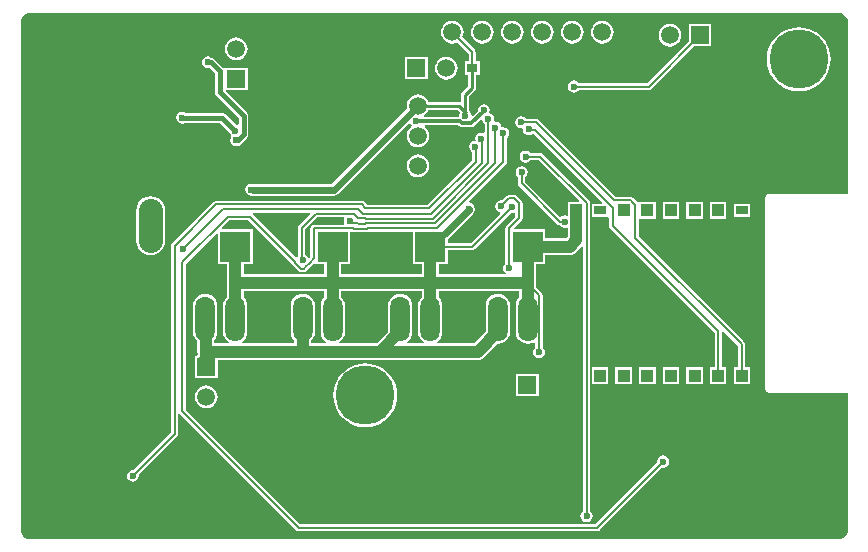
<source format=gbl>
G04*
G04 #@! TF.GenerationSoftware,Altium Limited,Altium Designer,20.0.13 (296)*
G04*
G04 Layer_Physical_Order=2*
G04 Layer_Color=16711680*
%FSLAX25Y25*%
%MOIN*%
G70*
G01*
G75*
%ADD12C,0.00787*%
%ADD14C,0.01000*%
%ADD24R,0.03500X0.03000*%
%ADD72C,0.02362*%
%ADD73C,0.01181*%
%ADD74C,0.01575*%
%ADD76R,0.05906X0.05906*%
%ADD77C,0.05906*%
%ADD78R,0.05906X0.05906*%
%ADD79R,0.03937X0.03000*%
%ADD80C,0.19685*%
%ADD81O,0.08000X0.18000*%
%ADD82O,0.18000X0.08000*%
%ADD83C,0.02362*%
%ADD84R,0.10000X0.10000*%
%ADD85O,0.06500X0.15000*%
G04:AMPARAMS|DCode=86|XSize=150mil|YSize=65mil|CornerRadius=0mil|HoleSize=0mil|Usage=FLASHONLY|Rotation=90.000|XOffset=0mil|YOffset=0mil|HoleType=Round|Shape=Octagon|*
%AMOCTAGOND86*
4,1,8,0.01625,0.07500,-0.01625,0.07500,-0.03250,0.05875,-0.03250,-0.05875,-0.01625,-0.07500,0.01625,-0.07500,0.03250,-0.05875,0.03250,0.05875,0.01625,0.07500,0.0*
%
%ADD86OCTAGOND86*%

%ADD87C,0.03937*%
%ADD88R,0.03937X0.03937*%
G36*
X373768Y371874D02*
X374572Y371768D01*
X375321Y371458D01*
X375964Y370964D01*
X376458Y370321D01*
X376768Y369572D01*
X376874Y368768D01*
X376876D01*
Y311624D01*
X350500D01*
X350070Y311538D01*
X349705Y311295D01*
X349462Y310930D01*
X349376Y310500D01*
Y246500D01*
X349462Y246070D01*
X349705Y245705D01*
X350070Y245462D01*
X350500Y245376D01*
X376876D01*
Y199732D01*
X376874D01*
X376768Y198928D01*
X376458Y198179D01*
X375964Y197536D01*
X375321Y197042D01*
X374572Y196732D01*
X373768Y196626D01*
Y196624D01*
X104232D01*
Y196626D01*
X103428Y196732D01*
X102679Y197042D01*
X102036Y197536D01*
X101542Y198179D01*
X101232Y198928D01*
X101126Y199732D01*
X101124D01*
Y368768D01*
X101126D01*
X101232Y369572D01*
X101542Y370321D01*
X102036Y370964D01*
X102679Y371458D01*
X103428Y371768D01*
X104232Y371874D01*
Y371876D01*
X373768D01*
Y371874D01*
D02*
G37*
%LPC*%
G36*
X295000Y369272D02*
X294024Y369144D01*
X293114Y368767D01*
X292333Y368167D01*
X291733Y367386D01*
X291356Y366476D01*
X291228Y365500D01*
X291356Y364524D01*
X291733Y363614D01*
X292333Y362832D01*
X293114Y362233D01*
X294024Y361856D01*
X295000Y361728D01*
X295976Y361856D01*
X296886Y362233D01*
X297668Y362832D01*
X298267Y363614D01*
X298644Y364524D01*
X298772Y365500D01*
X298644Y366476D01*
X298267Y367386D01*
X297668Y368167D01*
X296886Y368767D01*
X295976Y369144D01*
X295000Y369272D01*
D02*
G37*
G36*
X285000D02*
X284024Y369144D01*
X283114Y368767D01*
X282332Y368167D01*
X281733Y367386D01*
X281356Y366476D01*
X281228Y365500D01*
X281356Y364524D01*
X281733Y363614D01*
X282332Y362832D01*
X283114Y362233D01*
X284024Y361856D01*
X285000Y361728D01*
X285976Y361856D01*
X286886Y362233D01*
X287667Y362832D01*
X288267Y363614D01*
X288644Y364524D01*
X288772Y365500D01*
X288644Y366476D01*
X288267Y367386D01*
X287667Y368167D01*
X286886Y368767D01*
X285976Y369144D01*
X285000Y369272D01*
D02*
G37*
G36*
X275000D02*
X274024Y369144D01*
X273114Y368767D01*
X272333Y368167D01*
X271733Y367386D01*
X271356Y366476D01*
X271228Y365500D01*
X271356Y364524D01*
X271733Y363614D01*
X272333Y362832D01*
X273114Y362233D01*
X274024Y361856D01*
X275000Y361728D01*
X275976Y361856D01*
X276886Y362233D01*
X277667Y362832D01*
X278267Y363614D01*
X278644Y364524D01*
X278772Y365500D01*
X278644Y366476D01*
X278267Y367386D01*
X277667Y368167D01*
X276886Y368767D01*
X275976Y369144D01*
X275000Y369272D01*
D02*
G37*
G36*
X265000D02*
X264024Y369144D01*
X263114Y368767D01*
X262333Y368167D01*
X261733Y367386D01*
X261356Y366476D01*
X261228Y365500D01*
X261356Y364524D01*
X261733Y363614D01*
X262333Y362832D01*
X263114Y362233D01*
X264024Y361856D01*
X265000Y361728D01*
X265976Y361856D01*
X266886Y362233D01*
X267668Y362832D01*
X268267Y363614D01*
X268644Y364524D01*
X268772Y365500D01*
X268644Y366476D01*
X268267Y367386D01*
X267668Y368167D01*
X266886Y368767D01*
X265976Y369144D01*
X265000Y369272D01*
D02*
G37*
G36*
X255000D02*
X254024Y369144D01*
X253114Y368767D01*
X252332Y368167D01*
X251733Y367386D01*
X251356Y366476D01*
X251228Y365500D01*
X251356Y364524D01*
X251733Y363614D01*
X252332Y362832D01*
X253114Y362233D01*
X254024Y361856D01*
X255000Y361728D01*
X255976Y361856D01*
X256886Y362233D01*
X257667Y362832D01*
X258267Y363614D01*
X258644Y364524D01*
X258772Y365500D01*
X258644Y366476D01*
X258267Y367386D01*
X257667Y368167D01*
X256886Y368767D01*
X255976Y369144D01*
X255000Y369272D01*
D02*
G37*
G36*
X317500Y368272D02*
X316524Y368144D01*
X315614Y367767D01*
X314832Y367167D01*
X314233Y366386D01*
X313856Y365476D01*
X313728Y364500D01*
X313856Y363524D01*
X314233Y362614D01*
X314832Y361832D01*
X315614Y361233D01*
X316524Y360856D01*
X317500Y360728D01*
X318476Y360856D01*
X319386Y361233D01*
X320167Y361832D01*
X320767Y362614D01*
X321144Y363524D01*
X321272Y364500D01*
X321144Y365476D01*
X320767Y366386D01*
X320167Y367167D01*
X319386Y367767D01*
X318476Y368144D01*
X317500Y368272D01*
D02*
G37*
G36*
X173000Y363772D02*
X172024Y363644D01*
X171114Y363267D01*
X170333Y362667D01*
X169733Y361886D01*
X169356Y360976D01*
X169228Y360000D01*
X169356Y359024D01*
X169733Y358114D01*
X170333Y357332D01*
X171114Y356733D01*
X172024Y356356D01*
X173000Y356228D01*
X173976Y356356D01*
X174886Y356733D01*
X175668Y357332D01*
X176267Y358114D01*
X176644Y359024D01*
X176772Y360000D01*
X176644Y360976D01*
X176267Y361886D01*
X175668Y362667D01*
X174886Y363267D01*
X173976Y363644D01*
X173000Y363772D01*
D02*
G37*
G36*
X236740Y357240D02*
X229260D01*
Y349760D01*
X236740D01*
Y357240D01*
D02*
G37*
G36*
X243000Y357272D02*
X242024Y357144D01*
X241114Y356767D01*
X240333Y356168D01*
X239733Y355386D01*
X239356Y354476D01*
X239228Y353500D01*
X239356Y352524D01*
X239733Y351614D01*
X240333Y350833D01*
X241114Y350233D01*
X242024Y349856D01*
X243000Y349728D01*
X243976Y349856D01*
X244886Y350233D01*
X245668Y350833D01*
X246267Y351614D01*
X246644Y352524D01*
X246772Y353500D01*
X246644Y354476D01*
X246267Y355386D01*
X245668Y356168D01*
X244886Y356767D01*
X243976Y357144D01*
X243000Y357272D01*
D02*
G37*
G36*
X331240Y368240D02*
X323760D01*
Y362463D01*
X309901Y348604D01*
X287063D01*
X286919Y348819D01*
X286268Y349254D01*
X285500Y349407D01*
X284732Y349254D01*
X284081Y348819D01*
X283646Y348168D01*
X283493Y347400D01*
X283646Y346632D01*
X284081Y345981D01*
X284732Y345546D01*
X285500Y345393D01*
X286268Y345546D01*
X286919Y345981D01*
X287063Y346196D01*
X310400D01*
X310400Y346196D01*
X310861Y346287D01*
X311251Y346549D01*
X325463Y360760D01*
X331240D01*
Y368240D01*
D02*
G37*
G36*
X360500Y367163D02*
X358832Y367032D01*
X357205Y366641D01*
X355659Y366001D01*
X354233Y365126D01*
X352960Y364040D01*
X351874Y362767D01*
X350999Y361341D01*
X350359Y359795D01*
X349969Y358168D01*
X349837Y356500D01*
X349969Y354832D01*
X350359Y353205D01*
X350999Y351659D01*
X351874Y350233D01*
X352960Y348960D01*
X354233Y347874D01*
X355659Y346999D01*
X357205Y346359D01*
X358832Y345969D01*
X360500Y345837D01*
X362168Y345969D01*
X363795Y346359D01*
X365341Y346999D01*
X366767Y347874D01*
X368040Y348960D01*
X369126Y350233D01*
X370001Y351659D01*
X370641Y353205D01*
X371031Y354832D01*
X371163Y356500D01*
X371031Y358168D01*
X370641Y359795D01*
X370001Y361341D01*
X369126Y362767D01*
X368040Y364040D01*
X366767Y365126D01*
X365341Y366001D01*
X363795Y366641D01*
X362168Y367032D01*
X360500Y367163D01*
D02*
G37*
G36*
X245000Y369272D02*
X244024Y369144D01*
X243114Y368767D01*
X242333Y368167D01*
X241733Y367386D01*
X241356Y366476D01*
X241228Y365500D01*
X241356Y364524D01*
X241733Y363614D01*
X242333Y362832D01*
X243114Y362233D01*
X244024Y361856D01*
X245000Y361728D01*
X245976Y361856D01*
X246658Y362139D01*
X250396Y358401D01*
Y355787D01*
X249063D01*
Y351213D01*
X250287D01*
Y347528D01*
X248326Y345567D01*
X248213Y345397D01*
X248042Y345141D01*
X248042Y345141D01*
X248042Y345141D01*
X247942Y344639D01*
Y342669D01*
X247942Y342669D01*
X247652Y342389D01*
X247442Y342283D01*
X247292Y342313D01*
X237005D01*
X236767Y342886D01*
X236168Y343668D01*
X235386Y344267D01*
X234476Y344644D01*
X233500Y344772D01*
X232524Y344644D01*
X231614Y344267D01*
X230833Y343668D01*
X230233Y342886D01*
X229856Y341976D01*
X229728Y341000D01*
X229836Y340175D01*
X204669Y315007D01*
X178500D01*
X178250Y314957D01*
X178000Y315007D01*
X177232Y314854D01*
X176581Y314419D01*
X176146Y313768D01*
X175993Y313000D01*
X176146Y312232D01*
X176581Y311581D01*
X177232Y311146D01*
X178000Y310993D01*
X178250Y311043D01*
X178500Y310993D01*
X205500D01*
X206268Y311146D01*
X206919Y311581D01*
X230495Y335156D01*
X231046Y335001D01*
X231410Y334456D01*
X231232Y333974D01*
X230833Y333667D01*
X230233Y332886D01*
X229856Y331976D01*
X229728Y331000D01*
X229856Y330024D01*
X230233Y329114D01*
X230833Y328332D01*
X231614Y327733D01*
X232524Y327356D01*
X233500Y327228D01*
X234476Y327356D01*
X235386Y327733D01*
X236168Y328332D01*
X236767Y329114D01*
X237144Y330024D01*
X237272Y331000D01*
X237144Y331976D01*
X236767Y332886D01*
X236168Y333667D01*
X235773Y333970D01*
X235943Y334470D01*
X246969D01*
X247272Y334168D01*
X247728Y333864D01*
X248265Y333757D01*
X251304D01*
X251842Y333864D01*
X252298Y334168D01*
X254507Y336378D01*
X255050Y336213D01*
X255146Y335732D01*
X255581Y335081D01*
X255796Y334937D01*
Y332149D01*
X255296Y331876D01*
X254638Y332007D01*
X253870Y331854D01*
X253219Y331419D01*
X252783Y330768D01*
X252631Y330000D01*
X252734Y329479D01*
X252638Y329382D01*
X251870Y329230D01*
X251219Y328795D01*
X250783Y328144D01*
X250631Y327375D01*
X250783Y326607D01*
X251219Y325956D01*
X251585Y325711D01*
Y322788D01*
X236867Y308070D01*
X216633D01*
X215740Y308963D01*
X215349Y309224D01*
X214888Y309316D01*
X214888Y309316D01*
X166312D01*
X165851Y309224D01*
X165460Y308963D01*
X165460Y308963D01*
X151648Y295151D01*
X151387Y294761D01*
X151296Y294300D01*
X151296Y294300D01*
Y232099D01*
X138754Y219557D01*
X138500Y219607D01*
X137732Y219454D01*
X137081Y219019D01*
X136646Y218368D01*
X136493Y217600D01*
X136646Y216832D01*
X137081Y216181D01*
X137732Y215746D01*
X138500Y215593D01*
X139268Y215746D01*
X139919Y216181D01*
X140354Y216832D01*
X140507Y217600D01*
X140457Y217854D01*
X153351Y230749D01*
X153613Y231139D01*
X153704Y231600D01*
X153704Y231600D01*
Y238113D01*
X153975Y238257D01*
X154204Y238293D01*
X192948Y199548D01*
X192948Y199548D01*
X193339Y199287D01*
X193800Y199196D01*
X193800Y199196D01*
X293307D01*
X293307Y199196D01*
X293768Y199287D01*
X294159Y199548D01*
X315054Y220443D01*
X315307Y220393D01*
X316075Y220546D01*
X316726Y220981D01*
X317161Y221632D01*
X317314Y222400D01*
X317161Y223168D01*
X316726Y223819D01*
X316075Y224254D01*
X315307Y224407D01*
X314539Y224254D01*
X313888Y223819D01*
X313453Y223168D01*
X313300Y222400D01*
X313351Y222146D01*
X292808Y201604D01*
X194299D01*
X156204Y239699D01*
Y288301D01*
X166398Y298495D01*
X166860Y298303D01*
Y288206D01*
X169867D01*
Y281994D01*
Y277200D01*
X169767Y277123D01*
X169120Y276280D01*
X168713Y275298D01*
X168575Y274244D01*
Y265744D01*
X168713Y264690D01*
X169120Y263707D01*
X169767Y262864D01*
X170529Y262280D01*
X170484Y261959D01*
X170395Y261780D01*
X165603D01*
Y262964D01*
X166174Y263707D01*
X166580Y264690D01*
X166719Y265744D01*
Y274244D01*
X166580Y275298D01*
X166174Y276280D01*
X165526Y277123D01*
X164683Y277770D01*
X163701Y278177D01*
X162647Y278316D01*
X161593Y278177D01*
X160611Y277770D01*
X159767Y277123D01*
X159120Y276280D01*
X158713Y275298D01*
X158575Y274244D01*
Y265744D01*
X158713Y264690D01*
X159120Y263707D01*
X159767Y262864D01*
X160044Y262652D01*
Y259000D01*
X160138Y258281D01*
X160215Y258095D01*
X159861Y257740D01*
X159260D01*
Y256852D01*
X159207Y256588D01*
X159260Y256325D01*
Y250260D01*
X166740D01*
Y256220D01*
X253403D01*
X254123Y256315D01*
X254793Y256593D01*
X255369Y257034D01*
X260022Y261688D01*
X260147Y261671D01*
X261201Y261810D01*
X262183Y262217D01*
X263026Y262864D01*
X263674Y263707D01*
X264081Y264690D01*
X264219Y265744D01*
Y274244D01*
X264081Y275298D01*
X263674Y276280D01*
X263026Y277123D01*
X262183Y277770D01*
X261201Y278177D01*
X260147Y278316D01*
X259093Y278177D01*
X258111Y277770D01*
X257267Y277123D01*
X256620Y276280D01*
X256213Y275298D01*
X256075Y274244D01*
Y265744D01*
X256091Y265619D01*
X252252Y261780D01*
X239899D01*
X239810Y261959D01*
X239765Y262280D01*
X240527Y262864D01*
X241174Y263707D01*
X241581Y264690D01*
X241719Y265744D01*
Y274244D01*
X241581Y275298D01*
X241174Y276280D01*
X240527Y277123D01*
X240427Y277200D01*
Y279214D01*
X267367D01*
Y277200D01*
X267267Y277123D01*
X266620Y276280D01*
X266213Y275298D01*
X266075Y274244D01*
Y265744D01*
X266213Y264690D01*
X266620Y263707D01*
X267267Y262864D01*
X268111Y262217D01*
X269093Y261810D01*
X270147Y261671D01*
X271201Y261810D01*
X272183Y262217D01*
X272247Y262266D01*
X272696Y262045D01*
Y260463D01*
X272481Y260319D01*
X272046Y259668D01*
X271893Y258900D01*
X272046Y258132D01*
X272481Y257481D01*
X273132Y257046D01*
X273900Y256893D01*
X274668Y257046D01*
X275319Y257481D01*
X275754Y258132D01*
X275907Y258900D01*
X275754Y259668D01*
X275319Y260319D01*
X275104Y260463D01*
Y277800D01*
X275104Y277800D01*
X275013Y278261D01*
X274751Y278651D01*
X274751Y278651D01*
X272927Y280476D01*
Y281500D01*
Y288206D01*
X275934D01*
Y291214D01*
X284076D01*
X284795Y291309D01*
X285465Y291586D01*
X286041Y292028D01*
X288028Y294015D01*
X288528Y293808D01*
Y205763D01*
X288313Y205619D01*
X287878Y204968D01*
X287725Y204200D01*
X287878Y203432D01*
X288313Y202781D01*
X288964Y202346D01*
X289732Y202193D01*
X290500Y202346D01*
X291152Y202781D01*
X291587Y203432D01*
X291740Y204200D01*
X291587Y204968D01*
X291152Y205619D01*
X290937Y205763D01*
Y308621D01*
X290845Y309082D01*
X290584Y309472D01*
X275171Y324885D01*
X274780Y325146D01*
X274320Y325238D01*
X274320Y325238D01*
X271029D01*
X270885Y325453D01*
X270234Y325888D01*
X269466Y326041D01*
X268698Y325888D01*
X268047Y325453D01*
X267612Y324802D01*
X267459Y324034D01*
X267612Y323266D01*
X268047Y322615D01*
X268698Y322180D01*
X269466Y322027D01*
X270234Y322180D01*
X270885Y322615D01*
X271029Y322830D01*
X273821D01*
X287314Y309336D01*
X287123Y308874D01*
X286562D01*
X286382Y308898D01*
X286201Y308874D01*
X283626D01*
Y306299D01*
X283602Y306118D01*
Y304486D01*
X283358Y304356D01*
X283102Y304267D01*
X282400Y304407D01*
X281632Y304254D01*
X281043Y303860D01*
X269304Y315599D01*
Y317237D01*
X269519Y317381D01*
X269954Y318032D01*
X270107Y318800D01*
X269954Y319568D01*
X269519Y320219D01*
X268868Y320654D01*
X268100Y320807D01*
X267332Y320654D01*
X266681Y320219D01*
X266246Y319568D01*
X266093Y318800D01*
X266246Y318032D01*
X266681Y317381D01*
X266896Y317237D01*
Y315100D01*
X266896Y315100D01*
X266987Y314639D01*
X267249Y314248D01*
X279948Y301549D01*
X279948Y301549D01*
X280339Y301287D01*
X280800Y301196D01*
X280837D01*
X280981Y300981D01*
X281632Y300546D01*
X282400Y300393D01*
X283102Y300533D01*
X283358Y300444D01*
X283602Y300314D01*
Y297451D01*
X282924Y296774D01*
X275934D01*
Y299781D01*
X265838D01*
X265646Y300243D01*
X268052Y302648D01*
X268052Y302648D01*
X268313Y303039D01*
X268404Y303500D01*
Y308600D01*
X268313Y309061D01*
X268052Y309452D01*
X266452Y311052D01*
X266061Y311313D01*
X265600Y311404D01*
X265600Y311404D01*
X264000D01*
X264000Y311404D01*
X263539Y311313D01*
X263148Y311052D01*
X263148Y311052D01*
X261554Y309457D01*
X261300Y309507D01*
X260532Y309354D01*
X259881Y308919D01*
X259446Y308268D01*
X259293Y307500D01*
X259446Y306732D01*
X259881Y306081D01*
X260532Y305646D01*
X260768Y305599D01*
X260933Y305056D01*
X251075Y295198D01*
X243434D01*
Y296596D01*
X251819Y304981D01*
X252254Y305632D01*
X252407Y306400D01*
Y306700D01*
X252254Y307468D01*
X251819Y308119D01*
X251168Y308554D01*
X250732Y308641D01*
X250568Y309184D01*
X262852Y321467D01*
X262852Y321467D01*
X263113Y321858D01*
X263204Y322319D01*
Y330299D01*
X263419Y330443D01*
X263854Y331094D01*
X264007Y331862D01*
X263854Y332630D01*
X263419Y333281D01*
X262768Y333717D01*
X262000Y333869D01*
X261362Y333742D01*
X261216Y334472D01*
X260781Y335123D01*
X260130Y335558D01*
X259362Y335711D01*
X259360Y335711D01*
X258935Y336136D01*
X259007Y336500D01*
X258854Y337268D01*
X258419Y337919D01*
X257768Y338354D01*
X257670Y338374D01*
X257380Y338860D01*
X257507Y339500D01*
X257354Y340268D01*
X256919Y340919D01*
X256268Y341354D01*
X255500Y341507D01*
X254732Y341354D01*
X254081Y340919D01*
X253646Y340268D01*
X253493Y339500D01*
X253520Y339364D01*
X251785Y337629D01*
X251305Y337857D01*
X251180Y338489D01*
X250744Y339140D01*
X250743Y339141D01*
X250713Y339294D01*
X250567Y339512D01*
Y344095D01*
X252528Y346056D01*
X252813Y346482D01*
Y346482D01*
X252813Y346482D01*
X252873Y346785D01*
X252913Y346984D01*
Y351213D01*
X254137D01*
Y355787D01*
X252804D01*
Y358900D01*
X252804Y358900D01*
X252713Y359361D01*
X252451Y359752D01*
X248361Y363842D01*
X248644Y364524D01*
X248772Y365500D01*
X248644Y366476D01*
X248267Y367386D01*
X247668Y368167D01*
X246886Y368767D01*
X245976Y369144D01*
X245000Y369272D01*
D02*
G37*
G36*
X163500Y357507D02*
X162732Y357354D01*
X162081Y356919D01*
X161646Y356268D01*
X161493Y355500D01*
X161646Y354732D01*
X162081Y354081D01*
X162732Y353646D01*
X163500Y353493D01*
X164114Y353615D01*
X165894Y351835D01*
Y345500D01*
X165894Y345500D01*
X166017Y344885D01*
X166365Y344365D01*
X173810Y336919D01*
Y334814D01*
X173310Y334537D01*
X172989Y334601D01*
X169454Y338135D01*
X169454Y338135D01*
X169130Y338352D01*
X168933Y338483D01*
X168319Y338606D01*
X168319Y338606D01*
X156140D01*
X155768Y338854D01*
X155000Y339007D01*
X154232Y338854D01*
X153581Y338419D01*
X153146Y337768D01*
X152993Y337000D01*
X153146Y336232D01*
X153581Y335581D01*
X154232Y335146D01*
X155000Y334993D01*
X155768Y335146D01*
X156140Y335394D01*
X167654D01*
X170718Y332330D01*
X170805Y331891D01*
X171240Y331240D01*
X171358Y330586D01*
X171146Y330268D01*
X170993Y329500D01*
X171146Y328732D01*
X171581Y328081D01*
X172232Y327646D01*
X173000Y327493D01*
X173768Y327646D01*
X174419Y328081D01*
X174762Y328594D01*
X176551Y330383D01*
X176551Y330383D01*
X176899Y330904D01*
X177021Y331518D01*
Y337584D01*
X177021Y337585D01*
X176899Y338199D01*
X176551Y338720D01*
X176551Y338720D01*
X169511Y345760D01*
X169718Y346260D01*
X176740D01*
Y353740D01*
X169260D01*
Y353601D01*
X168760Y353449D01*
X168635Y353635D01*
X165635Y356635D01*
X165114Y356983D01*
X164700Y357066D01*
X164268Y357354D01*
X163500Y357507D01*
D02*
G37*
G36*
X233500Y324772D02*
X232524Y324644D01*
X231614Y324267D01*
X230833Y323668D01*
X230233Y322886D01*
X229856Y321976D01*
X229728Y321000D01*
X229856Y320024D01*
X230233Y319114D01*
X230833Y318333D01*
X231614Y317733D01*
X232524Y317356D01*
X233500Y317228D01*
X234476Y317356D01*
X235386Y317733D01*
X236168Y318333D01*
X236767Y319114D01*
X237144Y320024D01*
X237272Y321000D01*
X237144Y321976D01*
X236767Y322886D01*
X236168Y323668D01*
X235386Y324267D01*
X234476Y324644D01*
X233500Y324772D01*
D02*
G37*
G36*
X344256Y308406D02*
X338744D01*
Y303831D01*
X344256D01*
Y308406D01*
D02*
G37*
G36*
X336382Y308874D02*
X330870D01*
Y303362D01*
X336382D01*
Y308874D01*
D02*
G37*
G36*
X328508D02*
X322996D01*
Y303362D01*
X328508D01*
Y308874D01*
D02*
G37*
G36*
X320634D02*
X315122D01*
Y303362D01*
X320634D01*
Y308874D01*
D02*
G37*
G36*
X144409Y310829D02*
X143160Y310664D01*
X141995Y310182D01*
X140995Y309414D01*
X140228Y308414D01*
X139745Y307250D01*
X139581Y306000D01*
Y296000D01*
X139745Y294750D01*
X140228Y293586D01*
X140995Y292586D01*
X141995Y291818D01*
X143160Y291336D01*
X144409Y291171D01*
X145659Y291336D01*
X146824Y291818D01*
X147824Y292586D01*
X148591Y293586D01*
X149074Y294750D01*
X149238Y296000D01*
Y306000D01*
X149074Y307250D01*
X148591Y308414D01*
X147824Y309414D01*
X146824Y310182D01*
X145659Y310664D01*
X144409Y310829D01*
D02*
G37*
G36*
X268000Y337507D02*
X267232Y337354D01*
X266581Y336919D01*
X266146Y336268D01*
X265993Y335500D01*
X266146Y334732D01*
X266581Y334081D01*
X267232Y333646D01*
X268000Y333493D01*
X268146Y333522D01*
X268428Y333240D01*
X268503Y333083D01*
X268646Y332367D01*
X269081Y331716D01*
X269732Y331281D01*
X270500Y331128D01*
X271268Y331281D01*
X271790Y331630D01*
X272180D01*
X294942Y308868D01*
X294751Y308406D01*
X291500D01*
Y303831D01*
X297012D01*
X297296Y303448D01*
Y301000D01*
X297296Y301000D01*
X297387Y300539D01*
X297649Y300149D01*
X332422Y265375D01*
Y253756D01*
X330870D01*
Y248244D01*
X336382D01*
Y253756D01*
X334830D01*
Y265760D01*
X335105Y265932D01*
X335319Y265978D01*
X340296Y261001D01*
Y253756D01*
X338744D01*
Y248244D01*
X344256D01*
Y253756D01*
X342704D01*
Y261500D01*
X342613Y261961D01*
X342352Y262351D01*
X307204Y297499D01*
Y302881D01*
X307248Y303362D01*
X307704Y303362D01*
X312760D01*
Y308874D01*
X307438D01*
X307248Y308874D01*
X306772Y308931D01*
X305930Y309773D01*
X305852Y309890D01*
X305852Y309890D01*
X305390Y310351D01*
X305000Y310613D01*
X304539Y310704D01*
X304539Y310704D01*
X299499D01*
X273851Y336351D01*
X273461Y336613D01*
X273000Y336704D01*
X273000Y336704D01*
X269563D01*
X269419Y336919D01*
X268768Y337354D01*
X268000Y337507D01*
D02*
G37*
G36*
X328508Y253756D02*
X322996D01*
Y248244D01*
X328508D01*
Y253756D01*
D02*
G37*
G36*
X320634D02*
X315122D01*
Y248244D01*
X320634D01*
Y253756D01*
D02*
G37*
G36*
X312760D02*
X307248D01*
Y248244D01*
X312760D01*
Y253756D01*
D02*
G37*
G36*
X304886D02*
X299374D01*
Y248244D01*
X304886D01*
Y253756D01*
D02*
G37*
G36*
X297012D02*
X291500D01*
Y248244D01*
X297012D01*
Y253756D01*
D02*
G37*
G36*
X273740Y251740D02*
X266260D01*
Y244260D01*
X273740D01*
Y251740D01*
D02*
G37*
G36*
X163000Y247772D02*
X162024Y247644D01*
X161114Y247267D01*
X160333Y246668D01*
X159733Y245886D01*
X159356Y244976D01*
X159228Y244000D01*
X159356Y243024D01*
X159733Y242114D01*
X160333Y241333D01*
X161114Y240733D01*
X162024Y240356D01*
X163000Y240228D01*
X163976Y240356D01*
X164886Y240733D01*
X165667Y241333D01*
X166267Y242114D01*
X166644Y243024D01*
X166772Y244000D01*
X166644Y244976D01*
X166267Y245886D01*
X165667Y246668D01*
X164886Y247267D01*
X163976Y247644D01*
X163000Y247772D01*
D02*
G37*
G36*
X216000Y255163D02*
X214332Y255031D01*
X212705Y254641D01*
X211159Y254001D01*
X209733Y253126D01*
X208460Y252040D01*
X207374Y250767D01*
X206499Y249341D01*
X205859Y247795D01*
X205469Y246168D01*
X205337Y244500D01*
X205469Y242832D01*
X205859Y241205D01*
X206499Y239659D01*
X207374Y238233D01*
X208460Y236960D01*
X209733Y235874D01*
X211159Y234999D01*
X212705Y234359D01*
X214332Y233968D01*
X216000Y233837D01*
X217668Y233968D01*
X219295Y234359D01*
X220841Y234999D01*
X222267Y235874D01*
X223540Y236960D01*
X224626Y238233D01*
X225501Y239659D01*
X226141Y241205D01*
X226532Y242832D01*
X226663Y244500D01*
X226532Y246168D01*
X226141Y247795D01*
X225501Y249341D01*
X224626Y250767D01*
X223540Y252040D01*
X222267Y253126D01*
X220841Y254001D01*
X219295Y254641D01*
X217668Y255031D01*
X216000Y255163D01*
D02*
G37*
%LPD*%
G36*
X247661Y338774D02*
X247471Y338489D01*
X247318Y337721D01*
X247329Y337667D01*
X247012Y337280D01*
X235587D01*
X235463Y337560D01*
X235448Y337780D01*
X236168Y338333D01*
X236767Y339114D01*
X237005Y339687D01*
X246748D01*
X247661Y338774D01*
D02*
G37*
G36*
X265639Y305305D02*
X265996Y305115D01*
Y303999D01*
X263049Y301051D01*
X262787Y300661D01*
X262696Y300200D01*
X262696Y300200D01*
Y288463D01*
X262481Y288319D01*
X262046Y287668D01*
X261893Y286900D01*
X262046Y286132D01*
X262481Y285481D01*
X262791Y285274D01*
X262639Y284773D01*
X240427D01*
Y288206D01*
X243434D01*
Y292790D01*
X251573D01*
X251573Y292790D01*
X252034Y292881D01*
X252425Y293142D01*
X264526Y305243D01*
X264780Y305193D01*
X265496Y305335D01*
X265639Y305305D01*
D02*
G37*
G36*
X197668Y304871D02*
X193948Y301151D01*
X193687Y300761D01*
X193596Y300300D01*
X193596Y300300D01*
Y290915D01*
X193355Y290555D01*
X192763Y290440D01*
X178370Y304833D01*
X178375Y304913D01*
X178531Y305333D01*
X197476D01*
X197668Y304871D01*
D02*
G37*
G36*
X209024Y303258D02*
X208893Y302600D01*
X209031Y301904D01*
X208863Y301490D01*
X208817Y301404D01*
X198900D01*
X198439Y301313D01*
X198048Y301051D01*
X197787Y300661D01*
X197696Y300200D01*
Y290665D01*
X197306Y290334D01*
X196849Y290459D01*
X196490Y290998D01*
X196004Y291322D01*
Y299801D01*
X199961Y303758D01*
X208751D01*
X209024Y303258D01*
D02*
G37*
G36*
X211639Y298887D02*
X212100Y298796D01*
X216500D01*
X216500Y298796D01*
X216961Y298887D01*
X217086Y298971D01*
X231860D01*
Y288206D01*
X234867D01*
Y284773D01*
X207927D01*
Y288206D01*
X210934D01*
Y298996D01*
X211477D01*
X211639Y298887D01*
D02*
G37*
G36*
X191580Y288217D02*
X191596Y288139D01*
X191857Y287749D01*
X193781Y285825D01*
X193781Y285825D01*
X194171Y285564D01*
X194632Y285472D01*
X195476D01*
X195476Y285472D01*
X195937Y285564D01*
X196328Y285825D01*
X196803Y286300D01*
X196900Y286365D01*
X198284Y287749D01*
X198284Y287749D01*
X198349Y287846D01*
X198900Y288397D01*
X199360Y288206D01*
Y288206D01*
X202367D01*
Y284773D01*
X175427D01*
Y288206D01*
X178434D01*
Y299781D01*
X173878D01*
X173768Y299854D01*
X173000Y300007D01*
X172232Y299854D01*
X172123Y299781D01*
X168338D01*
X168146Y300243D01*
X170699Y302796D01*
X177001D01*
X191580Y288217D01*
D02*
G37*
G36*
X234867Y277200D02*
X234768Y277123D01*
X234120Y276280D01*
X233714Y275298D01*
X233575Y274244D01*
Y265744D01*
X233714Y264690D01*
X234120Y263707D01*
X234768Y262864D01*
X235529Y262280D01*
X235484Y261959D01*
X235395Y261780D01*
X229899D01*
X229811Y261959D01*
X229765Y262280D01*
X230526Y262864D01*
X231174Y263707D01*
X231580Y264690D01*
X231719Y265744D01*
Y274244D01*
X231580Y275298D01*
X231174Y276280D01*
X230526Y277123D01*
X229683Y277770D01*
X228701Y278177D01*
X227647Y278316D01*
X226593Y278177D01*
X225611Y277770D01*
X224767Y277123D01*
X224120Y276280D01*
X223713Y275298D01*
X223575Y274244D01*
Y265744D01*
X223591Y265619D01*
X219752Y261780D01*
X207399D01*
X207311Y261959D01*
X207265Y262280D01*
X208027Y262864D01*
X208674Y263707D01*
X209081Y264690D01*
X209219Y265744D01*
Y274244D01*
X209081Y275298D01*
X208674Y276280D01*
X208027Y277123D01*
X207927Y277200D01*
Y279214D01*
X234867D01*
Y277200D01*
D02*
G37*
G36*
X202367D02*
X202268Y277123D01*
X201620Y276280D01*
X201214Y275298D01*
X201075Y274244D01*
Y265744D01*
X201214Y264690D01*
X201620Y263707D01*
X202268Y262864D01*
X203029Y262280D01*
X202983Y261959D01*
X202895Y261780D01*
X197927D01*
Y262788D01*
X198027Y262864D01*
X198674Y263707D01*
X199081Y264690D01*
X199219Y265744D01*
Y274244D01*
X199081Y275298D01*
X198674Y276280D01*
X198027Y277123D01*
X197183Y277770D01*
X196201Y278177D01*
X195147Y278316D01*
X194093Y278177D01*
X193111Y277770D01*
X192268Y277123D01*
X191620Y276280D01*
X191214Y275298D01*
X191075Y274244D01*
Y265744D01*
X191214Y264690D01*
X191620Y263707D01*
X192268Y262864D01*
X192367Y262788D01*
Y261780D01*
X174899D01*
X174811Y261959D01*
X174765Y262280D01*
X175526Y262864D01*
X176174Y263707D01*
X176581Y264690D01*
X176719Y265744D01*
Y274244D01*
X176581Y275298D01*
X176174Y276280D01*
X175526Y277123D01*
X175427Y277200D01*
Y279214D01*
X202367D01*
Y277200D01*
D02*
G37*
D12*
X252012Y339488D02*
Y339512D01*
X258500Y346000D01*
X155000Y288800D02*
X170200Y304000D01*
X177500D02*
X192708Y288792D01*
X170200Y304000D02*
X177500D01*
X195476Y286676D02*
X196017Y287216D01*
X194800Y289849D02*
Y300300D01*
X192708Y288600D02*
X194632Y286676D01*
X196049Y287216D02*
X197432Y288600D01*
X196017Y287216D02*
X196049D01*
X192708Y288600D02*
Y288792D01*
X197432Y288632D02*
X198900Y290100D01*
X194632Y286676D02*
X195476D01*
X194800Y289849D02*
X195070Y289579D01*
X197432Y288600D02*
Y288632D01*
X138500Y217600D02*
X152500Y231600D01*
Y294300D02*
X166312Y308112D01*
X152500Y231600D02*
Y294300D01*
X155000Y239200D02*
Y288800D01*
Y239200D02*
X193800Y200400D01*
X160412Y256588D02*
X162823Y259000D01*
X247647Y275200D02*
X254900D01*
X215147Y265700D02*
X220800D01*
X215147Y263000D02*
Y265700D01*
X210000Y263000D02*
X215147D01*
X182647Y272800D02*
X187600D01*
X269700Y282000D02*
X273900Y277800D01*
X237647Y278400D02*
X241247Y282000D01*
X262811Y318800D02*
X265000Y320989D01*
Y348800D01*
X268200Y352000D01*
X295000D01*
X307500Y364500D01*
X213599Y303425D02*
X216000D01*
X212062Y304962D02*
X213599Y303425D01*
X199462Y304962D02*
X212062D01*
X194800Y300300D02*
X199462Y304962D01*
X215849Y301576D02*
Y301700D01*
X211700Y301800D02*
X215849Y301700D01*
X210900Y302600D02*
X211700Y301800D01*
X212100Y300000D02*
X216500D01*
X211900Y300200D02*
X212100Y300000D01*
X198900Y300200D02*
X211900D01*
X198900Y290100D02*
Y300200D01*
X193800Y200400D02*
X293307D01*
X315307Y222400D01*
X289732Y204200D02*
Y308621D01*
X274320Y324034D02*
X289732Y308621D01*
X269466Y324034D02*
X274320D01*
X310400Y347400D02*
X327500Y364500D01*
X285500Y347400D02*
X310400D01*
X237647Y293994D02*
X251573D01*
X264780Y307200D01*
X251600Y353500D02*
Y358900D01*
X245000Y365500D02*
X251600Y358900D01*
X215212Y305000D02*
X216000D01*
X213675Y306537D02*
X215212Y305000D01*
X168437Y306537D02*
X213675D01*
X155100Y293200D02*
X168437Y306537D01*
X166312Y308112D02*
X214888D01*
X216000Y307000D01*
X247647Y269994D02*
Y275200D01*
X215147Y265700D02*
Y269994D01*
X273900Y258900D02*
Y277800D01*
X241247Y282000D02*
X269700D01*
X237647Y269994D02*
Y278400D01*
X182647Y269994D02*
Y272800D01*
X187600D02*
X190000Y275200D01*
X280800Y302400D02*
X282400D01*
X268100Y315100D02*
X280800Y302400D01*
X268100Y315100D02*
Y318800D01*
X261300Y307500D02*
X264000Y310200D01*
X265600D01*
X267200Y308600D01*
Y303500D02*
Y308600D01*
X263900Y300200D02*
X267200Y303500D01*
X263900Y286900D02*
Y300200D01*
X132205Y281315D02*
X134400D01*
X120000Y310400D02*
X120800Y311200D01*
X120000Y301000D02*
Y310400D01*
X258500Y346000D02*
Y353500D01*
X235000Y365500D02*
X238300D01*
X242500Y369700D01*
X247500D01*
X249200Y368000D01*
Y364000D02*
Y368000D01*
Y364000D02*
X258500Y354700D01*
Y353500D02*
Y354700D01*
X160412Y256588D02*
X163000Y254000D01*
X272679Y332834D02*
X298500Y307013D01*
Y301000D02*
X333626Y265874D01*
X298500Y301000D02*
Y307013D01*
X333626Y251000D02*
Y265874D01*
X306000Y297000D02*
Y308000D01*
X305000Y309000D02*
X306000Y308000D01*
X299000Y309500D02*
X304539D01*
X305000Y309039D01*
Y309000D02*
Y309039D01*
X273000Y335500D02*
X299000Y309500D01*
X306000Y297000D02*
X341500Y261500D01*
X268000Y335500D02*
X273000D01*
X341500Y251000D02*
Y261500D01*
X270801Y332834D02*
X272679D01*
X270500Y333135D02*
X270801Y332834D01*
X257000Y321773D02*
Y336500D01*
X254638Y330000D02*
X254939Y329699D01*
X259362Y321908D02*
Y333704D01*
X216134Y306866D02*
X237366D01*
X252790Y322290D02*
Y327224D01*
X237366Y306866D02*
X252790Y322290D01*
X216675Y300175D02*
X239856D01*
X216500Y300000D02*
X216675Y300175D01*
X239204Y301750D02*
X259362Y321908D01*
X215849Y301576D02*
X216023Y301750D01*
X239204D01*
X216000Y303425D02*
X216101Y303325D01*
X238552D02*
X257000Y321773D01*
X216101Y303325D02*
X238552D01*
X262000Y322319D02*
Y331862D01*
X239856Y300175D02*
X262000Y322319D01*
X255000Y322000D02*
Y328354D01*
X254939Y328415D02*
X255000Y328354D01*
X254939Y328415D02*
Y329699D01*
X216000Y305000D02*
X238000D01*
X252638Y327375D02*
X252790Y327224D01*
X238000Y305000D02*
X255000Y322000D01*
X216000Y307000D02*
X216134Y306866D01*
D14*
X249325Y337721D02*
Y338617D01*
X249500Y338792D01*
X249255Y339037D02*
X249500Y338792D01*
X249255Y339037D02*
Y344639D01*
X251600Y346984D02*
Y353500D01*
X249255Y344639D02*
X251600Y346984D01*
X247292Y341000D02*
X249255Y339037D01*
X233500Y341000D02*
X247292D01*
D24*
X251600Y353500D02*
D03*
X258500D02*
D03*
D72*
X178500Y313000D02*
X205500D01*
X233500Y341000D01*
X241813Y297813D02*
X250400Y306400D01*
Y306700D01*
X237647Y293994D02*
X241466Y297813D01*
X241813D01*
D73*
X251304Y335162D02*
X255500Y339357D01*
X248265Y335162D02*
X251304D01*
X255500Y339357D02*
Y339500D01*
X247551Y335875D02*
X248265Y335162D01*
X232830Y335875D02*
X247551D01*
D74*
X155000Y337000D02*
X168319D01*
X172659Y332659D01*
X167500Y345500D02*
X175415Y337585D01*
Y331518D02*
Y337585D01*
X173397Y329500D02*
X175415Y331518D01*
X173000Y329500D02*
X173397D01*
X164500Y355500D02*
X167500Y352500D01*
X163500Y355500D02*
X164500D01*
X167500Y345500D02*
Y352500D01*
D76*
X233000Y353500D02*
D03*
X235000Y365500D02*
D03*
X327500Y364500D02*
D03*
X270000Y248000D02*
D03*
D77*
X243000Y353500D02*
D03*
X233500Y341000D02*
D03*
Y331000D02*
D03*
Y321000D02*
D03*
X295000Y365500D02*
D03*
X285000D02*
D03*
X275000D02*
D03*
X265000D02*
D03*
X245000D02*
D03*
X255000D02*
D03*
X317500Y364500D02*
D03*
X307500D02*
D03*
X163000Y244000D02*
D03*
X260000Y248000D02*
D03*
X173000Y360000D02*
D03*
D78*
X233500Y311000D02*
D03*
X163000Y254000D02*
D03*
X173000Y350000D02*
D03*
D79*
X341500Y306118D02*
D03*
X294256D02*
D03*
D80*
X360500Y356500D02*
D03*
X216000Y244500D02*
D03*
D81*
X144409Y301000D02*
D03*
X120000D02*
D03*
D82*
X132205Y281315D02*
D03*
D83*
X163000Y264000D02*
D03*
Y274000D02*
D03*
Y258500D02*
D03*
Y269000D02*
D03*
X252012Y339488D02*
D03*
X249325Y337721D02*
D03*
X190500Y301500D02*
D03*
X180500Y220500D02*
D03*
X171500Y215000D02*
D03*
X164000Y237500D02*
D03*
X147500Y240000D02*
D03*
X296000Y219000D02*
D03*
X286000Y216000D02*
D03*
X295000Y231500D02*
D03*
X334000Y328000D02*
D03*
X221000Y290500D02*
D03*
X148000Y369000D02*
D03*
X329500Y200000D02*
D03*
X329000Y210000D02*
D03*
X204500Y318000D02*
D03*
X212500Y313500D02*
D03*
X238000Y324500D02*
D03*
X274000Y345500D02*
D03*
X295500Y356000D02*
D03*
X276500Y313500D02*
D03*
X287500Y327500D02*
D03*
X281500Y306500D02*
D03*
X324500Y284500D02*
D03*
X316500Y277000D02*
D03*
X294000Y271000D02*
D03*
X211000Y276500D02*
D03*
X244000D02*
D03*
X286500Y271000D02*
D03*
X303300Y351500D02*
D03*
X247500Y287500D02*
D03*
X224000Y316500D02*
D03*
X220500Y360500D02*
D03*
X257000Y357000D02*
D03*
X281000Y347000D02*
D03*
X361500Y321500D02*
D03*
X289000Y336500D02*
D03*
X306000Y327000D02*
D03*
X323000Y336000D02*
D03*
X258000Y291000D02*
D03*
X249000Y299000D02*
D03*
X226500Y323500D02*
D03*
X179500Y340000D02*
D03*
X200500Y330500D02*
D03*
Y338000D02*
D03*
X121000Y342000D02*
D03*
X109000Y336000D02*
D03*
Y348000D02*
D03*
X106500Y249500D02*
D03*
X107500Y259000D02*
D03*
X118500Y254500D02*
D03*
X157000Y226500D02*
D03*
X164500Y217000D02*
D03*
X108000Y226000D02*
D03*
X116500Y211500D02*
D03*
X308500Y222500D02*
D03*
X208000D02*
D03*
X217500Y212000D02*
D03*
X261000Y216500D02*
D03*
X281500Y236500D02*
D03*
X259500Y229500D02*
D03*
X178000Y313000D02*
D03*
X173000Y298000D02*
D03*
X232830Y335875D02*
D03*
X195070Y289579D02*
D03*
X210000Y263000D02*
D03*
X262811Y318800D02*
D03*
X210900Y302600D02*
D03*
X315307Y222400D02*
D03*
X289732Y204200D02*
D03*
X269466Y324034D02*
D03*
X285500Y347400D02*
D03*
X250400Y306700D02*
D03*
X264780Y307200D02*
D03*
X155100Y293200D02*
D03*
X138500Y217600D02*
D03*
X254900Y275200D02*
D03*
X220800Y265700D02*
D03*
X273900Y258900D02*
D03*
X190000Y275200D02*
D03*
X282400Y302400D02*
D03*
X268100Y318800D02*
D03*
X261300Y307500D02*
D03*
X263900Y286900D02*
D03*
X270500Y333135D02*
D03*
X268000Y335500D02*
D03*
X255500Y339500D02*
D03*
X257000Y336500D02*
D03*
X254638Y330000D02*
D03*
X259362Y333704D02*
D03*
X252638Y327375D02*
D03*
X262000Y331862D02*
D03*
X155000Y337000D02*
D03*
X172659Y332659D02*
D03*
X173000Y329500D02*
D03*
X163500Y355500D02*
D03*
D84*
X172647Y293994D02*
D03*
X205147D02*
D03*
X270147D02*
D03*
X237647D02*
D03*
D85*
X172647Y269994D02*
D03*
X162647D02*
D03*
X205147D02*
D03*
X195147D02*
D03*
X270147D02*
D03*
X260147D02*
D03*
X237647D02*
D03*
X227647D02*
D03*
D86*
X182647D02*
D03*
X215147D02*
D03*
X280147D02*
D03*
X247647D02*
D03*
D87*
X237647Y278400D02*
Y281994D01*
Y269994D02*
Y278400D01*
X241247Y281994D02*
X269653D01*
X237647D02*
X241247D01*
X270147Y281500D02*
Y293994D01*
X286382Y296300D02*
Y306118D01*
X270147Y293994D02*
X284076D01*
X286382Y296300D01*
X237647Y281994D02*
Y293994D01*
X205147Y281994D02*
Y293994D01*
Y269994D02*
Y281994D01*
X172647D02*
Y293994D01*
Y269994D02*
Y281994D01*
X205147D02*
X237647D01*
X172647D02*
X205147D01*
X270147Y269994D02*
Y281500D01*
X269653Y281994D02*
X270147Y281500D01*
X162823Y259000D02*
Y269817D01*
X163000Y259000D02*
X195147D01*
X163000Y254000D02*
Y259000D01*
X253403D02*
X260147Y265744D01*
Y269994D01*
X220903Y259000D02*
X253403D01*
X195147D02*
Y269994D01*
X227647Y265744D02*
Y269994D01*
X220903Y259000D02*
X227647Y265744D01*
X195147Y259000D02*
X220903D01*
X162647Y269994D02*
X162823Y269817D01*
D88*
X333626Y306118D02*
D03*
X302130D02*
D03*
X317878D02*
D03*
Y251000D02*
D03*
X325752D02*
D03*
X333626D02*
D03*
X341500D02*
D03*
X310004D02*
D03*
X302130D02*
D03*
X294256D02*
D03*
X286382D02*
D03*
X325752Y306118D02*
D03*
X310004D02*
D03*
X286382D02*
D03*
M02*

</source>
